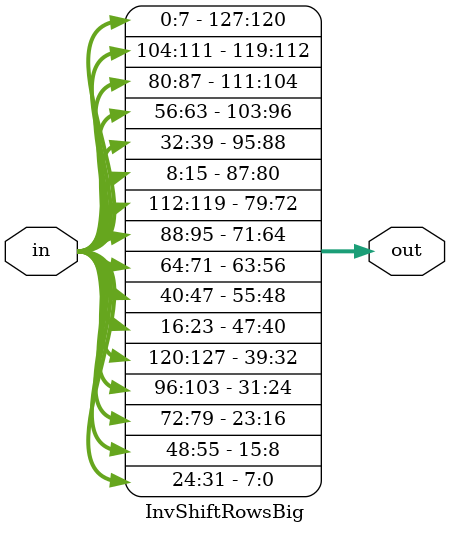
<source format=sv>
module InvShiftRowsBig 
( input        [0:127] in ,
  output logic [0:127] out );
  
  
  //row 0
  
  assign out[0:7] = in[0:7];
  assign out[32:39] = in[32:39];
  assign out[64:71] = in[64:71];
  assign out[96:103] =in[96:103];
  
  
  //row 1
  
  assign out[8:15] = in[104:111];
  assign out[40:47] = in[8:15];
  assign out[72:79] = in[40:47];
  assign out[104:111] = in[72:79];
  
  
  //row 2
  
  assign out[16:23] = in[80:87];
  assign out[48:55] = in[112:119];
  assign out[80:87] = in[16:23];
  assign out[112:119] = in[48:55];
  
  //row 3
  
  assign out[24:31] = in[56:63];
  assign out[56:63] = in[88:95];
  assign out[88:95] = in[120:127];
  assign out[120:127] = in[24:31];
  endmodule
  
</source>
